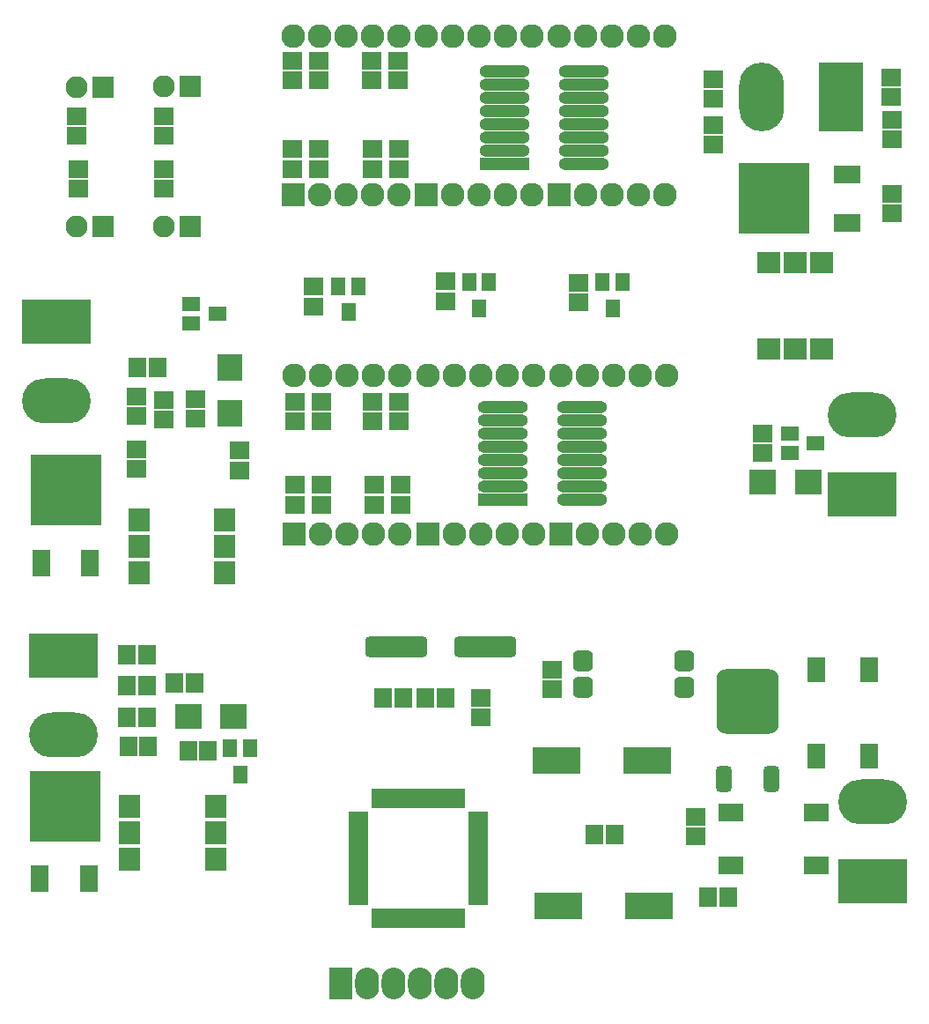
<source format=gbs>
G04*
G04 #@! TF.GenerationSoftware,Altium Limited,Altium Designer,18.0.7 (293)*
G04*
G04 Layer_Color=16711935*
%FSLAX44Y44*%
%MOMM*%
G71*
G01*
G75*
%ADD16C,2.2860*%
%ADD17R,2.2860X2.2860*%
%ADD18R,6.6040X4.3180*%
%ADD19O,6.6040X4.3180*%
%ADD20R,4.3180X6.6040*%
%ADD21O,4.3180X6.6040*%
%ADD22O,2.2860X3.0480*%
%ADD23R,2.2860X3.0480*%
%ADD24R,2.1080X2.1080*%
%ADD25C,2.1080*%
%ADD62R,1.9080X1.7080*%
%ADD63R,1.7080X1.9080*%
%ADD64R,4.6080X2.5080*%
%ADD65R,2.5080X2.4080*%
%ADD66R,1.3580X1.7080*%
%ADD67R,2.2880X2.0280*%
%ADD68R,4.8260X1.2080*%
%ADD69O,4.8260X1.2080*%
%ADD70R,1.7080X1.3580*%
%ADD71R,2.4080X2.5080*%
%ADD72R,2.0280X2.2880*%
%ADD73R,1.8080X2.5080*%
%ADD74R,6.8580X6.8580*%
%ADD75R,0.9906X1.9812*%
%ADD76R,1.9812X0.9906*%
G04:AMPARAMS|DCode=77|XSize=6.008mm|YSize=2.008mm|CornerRadius=0.4415mm|HoleSize=0mm|Usage=FLASHONLY|Rotation=0.000|XOffset=0mm|YOffset=0mm|HoleType=Round|Shape=RoundedRectangle|*
%AMROUNDEDRECTD77*
21,1,6.0080,1.1250,0,0,0.0*
21,1,5.1250,2.0080,0,0,0.0*
1,1,0.8830,2.5625,-0.5625*
1,1,0.8830,-2.5625,-0.5625*
1,1,0.8830,-2.5625,0.5625*
1,1,0.8830,2.5625,0.5625*
%
%ADD77ROUNDEDRECTD77*%
%ADD78R,1.7080X2.4080*%
G04:AMPARAMS|DCode=79|XSize=1.508mm|YSize=2.508mm|CornerRadius=0.379mm|HoleSize=0mm|Usage=FLASHONLY|Rotation=180.000|XOffset=0mm|YOffset=0mm|HoleType=Round|Shape=RoundedRectangle|*
%AMROUNDEDRECTD79*
21,1,1.5080,1.7500,0,0,180.0*
21,1,0.7500,2.5080,0,0,180.0*
1,1,0.7580,-0.3750,0.8750*
1,1,0.7580,0.3750,0.8750*
1,1,0.7580,0.3750,-0.8750*
1,1,0.7580,-0.3750,-0.8750*
%
%ADD79ROUNDEDRECTD79*%
G04:AMPARAMS|DCode=80|XSize=6.008mm|YSize=6.208mm|CornerRadius=0.9415mm|HoleSize=0mm|Usage=FLASHONLY|Rotation=180.000|XOffset=0mm|YOffset=0mm|HoleType=Round|Shape=RoundedRectangle|*
%AMROUNDEDRECTD80*
21,1,6.0080,4.3250,0,0,180.0*
21,1,4.1250,6.2080,0,0,180.0*
1,1,1.8830,-2.0625,2.1625*
1,1,1.8830,2.0625,2.1625*
1,1,1.8830,2.0625,-2.1625*
1,1,1.8830,-2.0625,-2.1625*
%
%ADD80ROUNDEDRECTD80*%
%ADD81R,2.5080X1.8080*%
%ADD82R,6.8580X6.8580*%
%ADD83R,2.4080X1.7080*%
G04:AMPARAMS|DCode=84|XSize=1.918mm|YSize=1.978mm|CornerRadius=0.4303mm|HoleSize=0mm|Usage=FLASHONLY|Rotation=180.000|XOffset=0mm|YOffset=0mm|HoleType=Round|Shape=RoundedRectangle|*
%AMROUNDEDRECTD84*
21,1,1.9180,1.1175,0,0,180.0*
21,1,1.0575,1.9780,0,0,180.0*
1,1,0.8605,-0.5288,0.5587*
1,1,0.8605,0.5288,0.5587*
1,1,0.8605,0.5288,-0.5587*
1,1,0.8605,-0.5288,-0.5587*
%
%ADD84ROUNDEDRECTD84*%
D16*
X453642Y819658D02*
D03*
X402841D02*
D03*
X428242D02*
D03*
X504441Y667258D02*
D03*
X428242D02*
D03*
X479041D02*
D03*
X504441Y819658D02*
D03*
X479041D02*
D03*
X453642Y667258D02*
D03*
X709678Y819658D02*
D03*
X658878D02*
D03*
X684278D02*
D03*
X760479Y667258D02*
D03*
X684278D02*
D03*
X735079D02*
D03*
X760479Y819658D02*
D03*
X735079D02*
D03*
X709678Y667258D02*
D03*
X581660Y819658D02*
D03*
X530860D02*
D03*
X556260D02*
D03*
X632460Y667258D02*
D03*
X556260D02*
D03*
X607060D02*
D03*
X632460Y819658D02*
D03*
X607060D02*
D03*
X581660Y667258D02*
D03*
X580390Y1145540D02*
D03*
X529590D02*
D03*
X554990D02*
D03*
X631190Y993140D02*
D03*
X554990D02*
D03*
X605790D02*
D03*
X631190Y1145540D02*
D03*
X605790D02*
D03*
X580390Y993140D02*
D03*
X708409D02*
D03*
X733809Y1145540D02*
D03*
X759209D02*
D03*
X733809Y993140D02*
D03*
X683008D02*
D03*
X759209D02*
D03*
X683008Y1145540D02*
D03*
X657608D02*
D03*
X708409D02*
D03*
X452371Y993140D02*
D03*
X477771Y1145540D02*
D03*
X503172D02*
D03*
X477771Y993140D02*
D03*
X426972D02*
D03*
X503172D02*
D03*
X426972Y1145540D02*
D03*
X401572D02*
D03*
X452371D02*
D03*
D17*
X402841Y667258D02*
D03*
X658878D02*
D03*
X530860D02*
D03*
X529590Y993140D02*
D03*
X657608D02*
D03*
X401572D02*
D03*
D18*
X948690Y704850D02*
D03*
X173990Y871220D02*
D03*
X180340Y549910D02*
D03*
X958850Y333502D02*
D03*
D19*
X948690Y781050D02*
D03*
X173990Y795020D02*
D03*
X180340Y473710D02*
D03*
X958850Y409702D02*
D03*
D20*
X928370Y1087120D02*
D03*
D21*
X852170D02*
D03*
D22*
X574040Y234950D02*
D03*
X548640D02*
D03*
X523240D02*
D03*
X497840D02*
D03*
X472440D02*
D03*
D23*
X447040D02*
D03*
D24*
X218440Y1096010D02*
D03*
X302332Y1097280D02*
D03*
X218440Y962660D02*
D03*
X302332D02*
D03*
D25*
X193040Y1096010D02*
D03*
X276933Y1097280D02*
D03*
X193040Y962660D02*
D03*
X276933D02*
D03*
D62*
X581626Y490924D02*
D03*
Y509924D02*
D03*
X650848Y517659D02*
D03*
Y536659D02*
D03*
X788704Y395536D02*
D03*
Y376536D02*
D03*
X852778Y744836D02*
D03*
Y763836D02*
D03*
X504798Y695306D02*
D03*
Y714306D02*
D03*
X479398Y695306D02*
D03*
Y714306D02*
D03*
X428598Y695306D02*
D03*
Y714306D02*
D03*
X403198Y695306D02*
D03*
Y714306D02*
D03*
X503582Y794404D02*
D03*
Y775404D02*
D03*
X478182Y794404D02*
D03*
Y775404D02*
D03*
X428652Y794404D02*
D03*
Y775404D02*
D03*
X403252Y794404D02*
D03*
Y775404D02*
D03*
X676248Y889616D02*
D03*
Y908616D02*
D03*
X547978Y890886D02*
D03*
Y909886D02*
D03*
X420978Y885806D02*
D03*
Y904806D02*
D03*
X805842Y1059834D02*
D03*
Y1040834D02*
D03*
X805788Y1085196D02*
D03*
Y1104196D02*
D03*
X503528Y1017886D02*
D03*
Y1036886D02*
D03*
X478128Y1017886D02*
D03*
Y1036886D02*
D03*
X426058Y1017886D02*
D03*
Y1036886D02*
D03*
X400658Y1017886D02*
D03*
Y1036886D02*
D03*
X502312Y1122064D02*
D03*
Y1103064D02*
D03*
X476912Y1122064D02*
D03*
Y1103064D02*
D03*
X426112Y1122064D02*
D03*
Y1103064D02*
D03*
X400712Y1122064D02*
D03*
Y1103064D02*
D03*
X308002Y796944D02*
D03*
Y777944D02*
D03*
X250852Y748684D02*
D03*
Y729684D02*
D03*
X277522Y795674D02*
D03*
Y776674D02*
D03*
X250852Y799484D02*
D03*
Y780484D02*
D03*
X277468Y998836D02*
D03*
Y1017836D02*
D03*
X194918Y998836D02*
D03*
Y1017836D02*
D03*
X277522Y1068724D02*
D03*
Y1049724D02*
D03*
X193702Y1068724D02*
D03*
Y1049724D02*
D03*
X976596Y1086554D02*
D03*
Y1105554D02*
D03*
X977292Y1064914D02*
D03*
Y1045914D02*
D03*
Y993794D02*
D03*
Y974794D02*
D03*
X349858Y728326D02*
D03*
Y747326D02*
D03*
D63*
X547936Y509236D02*
D03*
X528936D02*
D03*
X488384Y509304D02*
D03*
X507384D02*
D03*
X691584Y378494D02*
D03*
X710584D02*
D03*
X252164Y826804D02*
D03*
X271164D02*
D03*
X287636Y523902D02*
D03*
X306636D02*
D03*
X260916Y551146D02*
D03*
X241916D02*
D03*
X261004Y521308D02*
D03*
X242004D02*
D03*
X241916Y490882D02*
D03*
X260916D02*
D03*
X243186Y462942D02*
D03*
X262186D02*
D03*
X300884Y459132D02*
D03*
X319883D02*
D03*
X819804Y318108D02*
D03*
X800804D02*
D03*
D64*
X655000Y449580D02*
D03*
X742000D02*
D03*
X656855Y309748D02*
D03*
X743855D02*
D03*
D65*
X896874Y716802D02*
D03*
X853186D02*
D03*
X344424Y491744D02*
D03*
X300736D02*
D03*
D66*
X570890Y909120D02*
D03*
X589788Y909066D02*
D03*
X580390Y884120D02*
D03*
X341020Y461113D02*
D03*
X359918Y461059D02*
D03*
X350520Y436113D02*
D03*
X445160Y905310D02*
D03*
X464058Y905256D02*
D03*
X454660Y880310D02*
D03*
X699160Y909120D02*
D03*
X718058Y909066D02*
D03*
X708660Y884120D02*
D03*
D67*
X858520Y845210D02*
D03*
X909320D02*
D03*
X883920D02*
D03*
X858520Y927710D02*
D03*
X909320D02*
D03*
X883920D02*
D03*
D68*
X604520Y1022350D02*
D03*
X603250Y699770D02*
D03*
D69*
X680720Y1022350D02*
D03*
X604520Y1035050D02*
D03*
Y1047750D02*
D03*
Y1060450D02*
D03*
Y1073150D02*
D03*
Y1085850D02*
D03*
Y1098550D02*
D03*
Y1111250D02*
D03*
X680720D02*
D03*
Y1098550D02*
D03*
Y1085850D02*
D03*
Y1073150D02*
D03*
Y1060450D02*
D03*
Y1047750D02*
D03*
Y1035050D02*
D03*
X679450Y712470D02*
D03*
Y725170D02*
D03*
Y737870D02*
D03*
Y750570D02*
D03*
Y763270D02*
D03*
Y775970D02*
D03*
Y788670D02*
D03*
X603250D02*
D03*
Y775970D02*
D03*
Y763270D02*
D03*
Y750570D02*
D03*
Y737870D02*
D03*
Y725170D02*
D03*
Y712470D02*
D03*
X679450Y699770D02*
D03*
D70*
X303730Y869340D02*
D03*
X303784Y888238D02*
D03*
X328730Y878840D02*
D03*
X879040Y744880D02*
D03*
X879094Y763778D02*
D03*
X904040Y754380D02*
D03*
D71*
X340614Y783336D02*
D03*
Y827024D02*
D03*
D72*
X253390Y655320D02*
D03*
Y680720D02*
D03*
Y629920D02*
D03*
X335890Y655320D02*
D03*
Y680720D02*
D03*
Y629920D02*
D03*
X327000Y354330D02*
D03*
Y405130D02*
D03*
Y379730D02*
D03*
X244500Y354330D02*
D03*
Y405130D02*
D03*
Y379730D02*
D03*
D73*
X205105Y335915D02*
D03*
X158115D02*
D03*
X159385Y639445D02*
D03*
X206375D02*
D03*
D74*
X182245Y405765D02*
D03*
X183515Y709295D02*
D03*
D75*
X561848Y413004D02*
D03*
X553974D02*
D03*
X545846D02*
D03*
X537972D02*
D03*
X529844D02*
D03*
X521970D02*
D03*
X514096D02*
D03*
X505968D02*
D03*
X498094D02*
D03*
X489966D02*
D03*
X482092D02*
D03*
Y298196D02*
D03*
X489966D02*
D03*
X498094D02*
D03*
X505968D02*
D03*
X514096D02*
D03*
X521970D02*
D03*
X529844D02*
D03*
X537972D02*
D03*
X545846D02*
D03*
X553974D02*
D03*
X561848D02*
D03*
D76*
X464566Y395478D02*
D03*
Y387604D02*
D03*
Y379476D02*
D03*
Y371602D02*
D03*
Y363474D02*
D03*
Y355600D02*
D03*
Y347726D02*
D03*
Y339598D02*
D03*
Y331724D02*
D03*
Y323596D02*
D03*
Y315722D02*
D03*
X579374D02*
D03*
Y323596D02*
D03*
Y331724D02*
D03*
Y339598D02*
D03*
Y347726D02*
D03*
Y355600D02*
D03*
Y363474D02*
D03*
Y371602D02*
D03*
Y379476D02*
D03*
Y387604D02*
D03*
Y395478D02*
D03*
D77*
X586060Y558800D02*
D03*
X501060D02*
D03*
D78*
X955144Y536556D02*
D03*
X904144D02*
D03*
X955144Y454056D02*
D03*
X904144D02*
D03*
D79*
X861163Y432047D02*
D03*
X815463Y432047D02*
D03*
D80*
X838314Y506047D02*
D03*
D81*
X934085Y965835D02*
D03*
Y1012825D02*
D03*
D82*
X864235Y989965D02*
D03*
D83*
X822344Y399329D02*
D03*
Y348330D02*
D03*
X904844Y399329D02*
D03*
Y348330D02*
D03*
D84*
X777480Y544830D02*
D03*
Y519430D02*
D03*
X680480D02*
D03*
Y544830D02*
D03*
M02*

</source>
